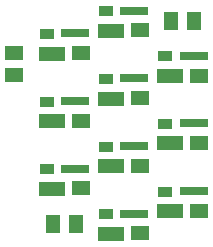
<source format=gtp>
G04*
G04 #@! TF.GenerationSoftware,Altium Limited,Altium Designer,22.0.2 (36)*
G04*
G04 Layer_Color=8421504*
%FSLAX25Y25*%
%MOIN*%
G70*
G04*
G04 #@! TF.SameCoordinates,D8499874-5A28-4949-BB6A-16219978493D*
G04*
G04*
G04 #@! TF.FilePolarity,Positive*
G04*
G01*
G75*
%ADD12R,0.09449X0.03150*%
%ADD13R,0.05118X0.03543*%
%ADD14R,0.08661X0.04724*%
%ADD15R,0.05906X0.05118*%
%ADD16R,0.05118X0.05906*%
%ADD17R,0.05906X0.05118*%
D12*
X3681Y37248D02*
D03*
X-16004Y29732D02*
D03*
X23366Y22217D02*
D03*
X3681Y14701D02*
D03*
X-16004Y7185D02*
D03*
X23366Y-213D02*
D03*
X3681Y-7850D02*
D03*
X-16004Y-15366D02*
D03*
X23366Y-22882D02*
D03*
X3681Y-30398D02*
D03*
D13*
X-5941Y37051D02*
D03*
X-25626Y29535D02*
D03*
X13744Y22020D02*
D03*
X-5941Y14504D02*
D03*
X-25626Y6988D02*
D03*
X13744Y-410D02*
D03*
X-5941Y-8047D02*
D03*
X-25626Y-15563D02*
D03*
X13744Y-23079D02*
D03*
X-5941Y-30595D02*
D03*
D14*
X-4169Y30461D02*
D03*
X-23854Y22945D02*
D03*
X15516Y15429D02*
D03*
X-4169Y7913D02*
D03*
X-23854Y398D02*
D03*
X15516Y-7000D02*
D03*
X-4169Y-14638D02*
D03*
X-23854Y-22153D02*
D03*
X15516Y-29669D02*
D03*
X-4169Y-37185D02*
D03*
D15*
X5453Y30658D02*
D03*
X-14232Y23142D02*
D03*
X25138Y15626D02*
D03*
X5453Y8110D02*
D03*
X-14232Y594D02*
D03*
X25138Y-6803D02*
D03*
X5453Y-14441D02*
D03*
X-14232Y-21957D02*
D03*
X25138Y-29472D02*
D03*
X5453Y-36988D02*
D03*
D16*
X23425Y33823D02*
D03*
X15945D02*
D03*
X-23425Y-33823D02*
D03*
X-15945D02*
D03*
D17*
X-36500Y23240D02*
D03*
Y15760D02*
D03*
M02*

</source>
